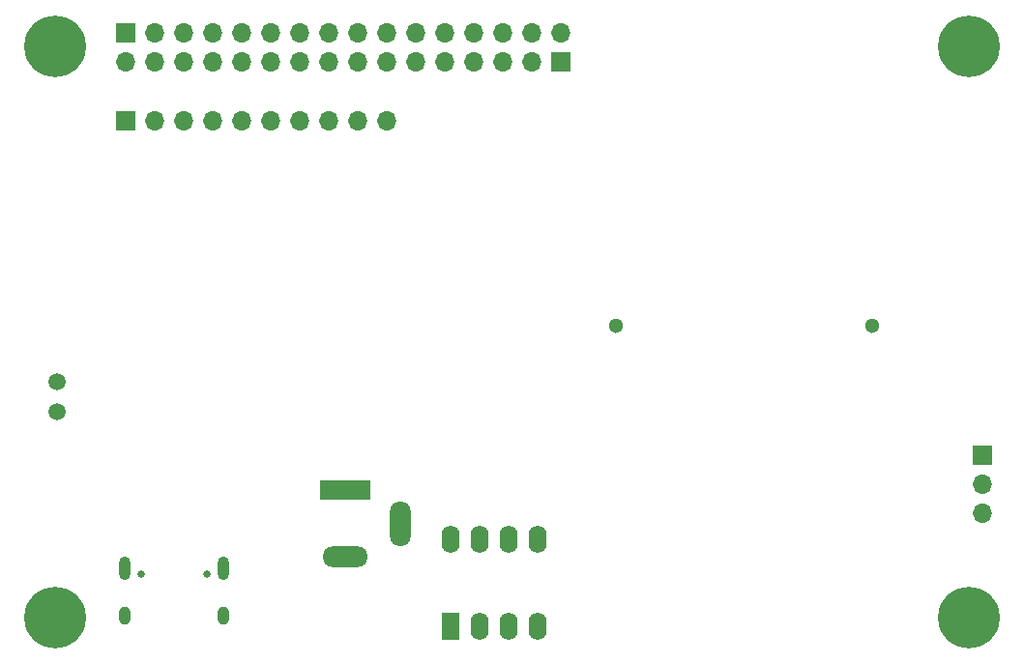
<source format=gbr>
%TF.GenerationSoftware,KiCad,Pcbnew,(6.0.6-0)*%
%TF.CreationDate,2023-04-01T16:22:28+01:00*%
%TF.ProjectId,Teacup,54656163-7570-42e6-9b69-6361645f7063,A*%
%TF.SameCoordinates,Original*%
%TF.FileFunction,Soldermask,Bot*%
%TF.FilePolarity,Negative*%
%FSLAX46Y46*%
G04 Gerber Fmt 4.6, Leading zero omitted, Abs format (unit mm)*
G04 Created by KiCad (PCBNEW (6.0.6-0)) date 2023-04-01 16:22:28*
%MOMM*%
%LPD*%
G01*
G04 APERTURE LIST*
%ADD10C,0.800000*%
%ADD11C,5.400000*%
%ADD12R,1.700000X1.700000*%
%ADD13O,1.700000X1.700000*%
%ADD14C,0.650000*%
%ADD15O,1.000000X1.600000*%
%ADD16O,1.000000X2.100000*%
%ADD17C,1.300000*%
%ADD18R,1.600000X2.400000*%
%ADD19O,1.600000X2.400000*%
%ADD20R,4.400000X1.800000*%
%ADD21O,4.000000X1.800000*%
%ADD22O,1.800000X4.000000*%
%ADD23C,1.500000*%
G04 APERTURE END LIST*
D10*
%TO.C,REF\u002A\u002A*%
X246431891Y-53568109D03*
X245000000Y-52975000D03*
X243568109Y-56431891D03*
X242975000Y-55000000D03*
X245000000Y-57025000D03*
X246431891Y-56431891D03*
D11*
X245000000Y-55000000D03*
D10*
X247025000Y-55000000D03*
X243568109Y-53568109D03*
%TD*%
%TO.C,REF\u002A\u002A*%
X243568109Y-106431891D03*
D11*
X245000000Y-105000000D03*
D10*
X243568109Y-103568109D03*
X246431891Y-103568109D03*
X247025000Y-105000000D03*
X245000000Y-107025000D03*
X242975000Y-105000000D03*
X245000000Y-102975000D03*
X246431891Y-106431891D03*
%TD*%
D12*
%TO.C,J7*%
X209300000Y-56340000D03*
D13*
X206760000Y-56340000D03*
X204220000Y-56340000D03*
X201680000Y-56340000D03*
X199140000Y-56340000D03*
X196600000Y-56340000D03*
X194060000Y-56340000D03*
X191520000Y-56340000D03*
X188980000Y-56340000D03*
X186440000Y-56340000D03*
X183900000Y-56340000D03*
X181360000Y-56340000D03*
X178820000Y-56340000D03*
X176280000Y-56340000D03*
X173740000Y-56340000D03*
X171200000Y-56340000D03*
%TD*%
D12*
%TO.C,J6*%
X171200000Y-53800000D03*
D13*
X173740000Y-53800000D03*
X176280000Y-53800000D03*
X178820000Y-53800000D03*
X181360000Y-53800000D03*
X183900000Y-53800000D03*
X186440000Y-53800000D03*
X188980000Y-53800000D03*
X191520000Y-53800000D03*
X194060000Y-53800000D03*
X196600000Y-53800000D03*
X199140000Y-53800000D03*
X201680000Y-53800000D03*
X204220000Y-53800000D03*
X206760000Y-53800000D03*
X209300000Y-53800000D03*
%TD*%
D14*
%TO.C,J1*%
X172510000Y-101200000D03*
X178290000Y-101200000D03*
D15*
X171080000Y-104850000D03*
D16*
X171080000Y-100670000D03*
D15*
X179720000Y-104850000D03*
D16*
X179720000Y-100670000D03*
%TD*%
D10*
%TO.C,REF\u002A\u002A*%
X166431891Y-103568109D03*
X165000000Y-102975000D03*
D11*
X165000000Y-105000000D03*
D10*
X167025000Y-105000000D03*
X166431891Y-106431891D03*
X162975000Y-105000000D03*
X163568109Y-103568109D03*
X165000000Y-107025000D03*
X163568109Y-106431891D03*
%TD*%
D12*
%TO.C,J5*%
X246200000Y-90800000D03*
D13*
X246200000Y-93340000D03*
X246200000Y-95880000D03*
%TD*%
D12*
%TO.C,J4*%
X171200000Y-61480000D03*
D13*
X173740000Y-61480000D03*
X176280000Y-61480000D03*
X178820000Y-61480000D03*
X181360000Y-61480000D03*
X183900000Y-61480000D03*
X186440000Y-61480000D03*
X188980000Y-61480000D03*
X191520000Y-61480000D03*
X194060000Y-61480000D03*
%TD*%
D17*
%TO.C,J2*%
X214100000Y-79437500D03*
X236500000Y-79437500D03*
%TD*%
D10*
%TO.C,REF\u002A\u002A*%
X167025000Y-55000000D03*
X166431891Y-56431891D03*
X166431891Y-53568109D03*
X163568109Y-53568109D03*
X165000000Y-52975000D03*
X165000000Y-57025000D03*
X162975000Y-55000000D03*
X163568109Y-56431891D03*
D11*
X165000000Y-55000000D03*
%TD*%
D18*
%TO.C,U5*%
X199600000Y-105800000D03*
D19*
X202140000Y-105800000D03*
X204680000Y-105800000D03*
X207220000Y-105800000D03*
X207220000Y-98180000D03*
X204680000Y-98180000D03*
X202140000Y-98180000D03*
X199600000Y-98180000D03*
%TD*%
D20*
%TO.C,J8*%
X190400000Y-93850000D03*
D21*
X190400000Y-99650000D03*
D22*
X195200000Y-96850000D03*
%TD*%
D23*
%TO.C,TP7*%
X165200000Y-87000000D03*
%TD*%
%TO.C,TP9*%
X165200000Y-84400000D03*
%TD*%
M02*

</source>
